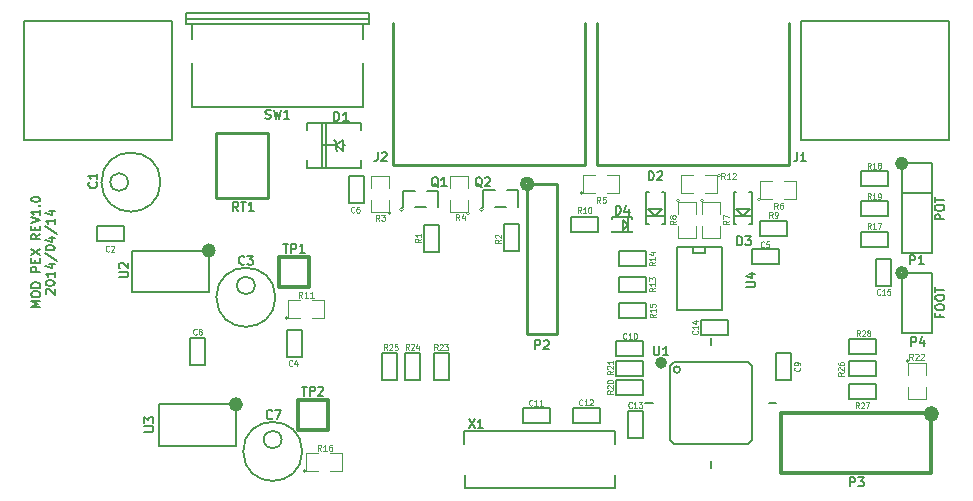
<source format=gto>
G04 #@! TF.FileFunction,Legend,Top*
%FSLAX46Y46*%
G04 Gerber Fmt 4.6, Leading zero omitted, Abs format (unit mm)*
G04 Created by KiCad (PCBNEW (2014-jul-16 BZR unknown)-product) date Qua 03 Dez 2014 13:43:59 BRST*
%MOMM*%
G01*
G04 APERTURE LIST*
%ADD10C,0.150000*%
%ADD11C,0.152400*%
%ADD12C,0.508000*%
%ADD13C,0.200000*%
%ADD14C,0.078740*%
%ADD15C,0.500000*%
%ADD16C,0.127000*%
%ADD17C,0.254000*%
%ADD18C,0.099060*%
%ADD19C,0.317500*%
%ADD20C,0.304800*%
%ADD21C,0.190500*%
%ADD22C,0.109220*%
%ADD23C,0.114300*%
G04 APERTURE END LIST*
D10*
D11*
X1411514Y-24195313D02*
X649514Y-24195313D01*
X1193800Y-23941313D01*
X649514Y-23687313D01*
X1411514Y-23687313D01*
X649514Y-23179314D02*
X649514Y-23034171D01*
X685800Y-22961599D01*
X758371Y-22889028D01*
X903514Y-22852742D01*
X1157514Y-22852742D01*
X1302657Y-22889028D01*
X1375229Y-22961599D01*
X1411514Y-23034171D01*
X1411514Y-23179314D01*
X1375229Y-23251885D01*
X1302657Y-23324456D01*
X1157514Y-23360742D01*
X903514Y-23360742D01*
X758371Y-23324456D01*
X685800Y-23251885D01*
X649514Y-23179314D01*
X1411514Y-22526170D02*
X649514Y-22526170D01*
X649514Y-22344742D01*
X685800Y-22235885D01*
X758371Y-22163313D01*
X830943Y-22127028D01*
X976086Y-22090742D01*
X1084943Y-22090742D01*
X1230086Y-22127028D01*
X1302657Y-22163313D01*
X1375229Y-22235885D01*
X1411514Y-22344742D01*
X1411514Y-22526170D01*
X1411514Y-21183599D02*
X649514Y-21183599D01*
X649514Y-20893314D01*
X685800Y-20820742D01*
X722086Y-20784457D01*
X794657Y-20748171D01*
X903514Y-20748171D01*
X976086Y-20784457D01*
X1012371Y-20820742D01*
X1048657Y-20893314D01*
X1048657Y-21183599D01*
X1012371Y-20421599D02*
X1012371Y-20167599D01*
X1411514Y-20058742D02*
X1411514Y-20421599D01*
X649514Y-20421599D01*
X649514Y-20058742D01*
X649514Y-19804742D02*
X1411514Y-19296742D01*
X649514Y-19296742D02*
X1411514Y-19804742D01*
X1411514Y-17990457D02*
X1048657Y-18244457D01*
X1411514Y-18425885D02*
X649514Y-18425885D01*
X649514Y-18135600D01*
X685800Y-18063028D01*
X722086Y-18026743D01*
X794657Y-17990457D01*
X903514Y-17990457D01*
X976086Y-18026743D01*
X1012371Y-18063028D01*
X1048657Y-18135600D01*
X1048657Y-18425885D01*
X1012371Y-17663885D02*
X1012371Y-17409885D01*
X1411514Y-17301028D02*
X1411514Y-17663885D01*
X649514Y-17663885D01*
X649514Y-17301028D01*
X649514Y-17083314D02*
X1411514Y-16829314D01*
X649514Y-16575314D01*
X1411514Y-15922171D02*
X1411514Y-16357599D01*
X1411514Y-16139885D02*
X649514Y-16139885D01*
X758371Y-16212456D01*
X830943Y-16285028D01*
X867229Y-16357599D01*
X1338943Y-15595599D02*
X1375229Y-15559314D01*
X1411514Y-15595599D01*
X1375229Y-15631885D01*
X1338943Y-15595599D01*
X1411514Y-15595599D01*
X649514Y-15087600D02*
X649514Y-15015028D01*
X685800Y-14942457D01*
X722086Y-14906171D01*
X794657Y-14869885D01*
X939800Y-14833600D01*
X1121229Y-14833600D01*
X1266371Y-14869885D01*
X1338943Y-14906171D01*
X1375229Y-14942457D01*
X1411514Y-15015028D01*
X1411514Y-15087600D01*
X1375229Y-15160171D01*
X1338943Y-15196457D01*
X1266371Y-15232742D01*
X1121229Y-15269028D01*
X939800Y-15269028D01*
X794657Y-15232742D01*
X722086Y-15196457D01*
X685800Y-15160171D01*
X649514Y-15087600D01*
X1941286Y-23088599D02*
X1905000Y-23052313D01*
X1868714Y-22979742D01*
X1868714Y-22798313D01*
X1905000Y-22725742D01*
X1941286Y-22689456D01*
X2013857Y-22653171D01*
X2086429Y-22653171D01*
X2195286Y-22689456D01*
X2630714Y-23124885D01*
X2630714Y-22653171D01*
X1868714Y-22181457D02*
X1868714Y-22108885D01*
X1905000Y-22036314D01*
X1941286Y-22000028D01*
X2013857Y-21963742D01*
X2159000Y-21927457D01*
X2340429Y-21927457D01*
X2485571Y-21963742D01*
X2558143Y-22000028D01*
X2594429Y-22036314D01*
X2630714Y-22108885D01*
X2630714Y-22181457D01*
X2594429Y-22254028D01*
X2558143Y-22290314D01*
X2485571Y-22326599D01*
X2340429Y-22362885D01*
X2159000Y-22362885D01*
X2013857Y-22326599D01*
X1941286Y-22290314D01*
X1905000Y-22254028D01*
X1868714Y-22181457D01*
X2630714Y-21201743D02*
X2630714Y-21637171D01*
X2630714Y-21419457D02*
X1868714Y-21419457D01*
X1977571Y-21492028D01*
X2050143Y-21564600D01*
X2086429Y-21637171D01*
X2122714Y-20548600D02*
X2630714Y-20548600D01*
X1832429Y-20730029D02*
X2376714Y-20911457D01*
X2376714Y-20439743D01*
X1832429Y-19605172D02*
X2812143Y-20258315D01*
X1868714Y-19206029D02*
X1868714Y-19133457D01*
X1905000Y-19060886D01*
X1941286Y-19024600D01*
X2013857Y-18988314D01*
X2159000Y-18952029D01*
X2340429Y-18952029D01*
X2485571Y-18988314D01*
X2558143Y-19024600D01*
X2594429Y-19060886D01*
X2630714Y-19133457D01*
X2630714Y-19206029D01*
X2594429Y-19278600D01*
X2558143Y-19314886D01*
X2485571Y-19351171D01*
X2340429Y-19387457D01*
X2159000Y-19387457D01*
X2013857Y-19351171D01*
X1941286Y-19314886D01*
X1905000Y-19278600D01*
X1868714Y-19206029D01*
X2122714Y-18298886D02*
X2630714Y-18298886D01*
X1832429Y-18480315D02*
X2376714Y-18661743D01*
X2376714Y-18190029D01*
X1832429Y-17355458D02*
X2812143Y-18008601D01*
X2630714Y-16702315D02*
X2630714Y-17137743D01*
X2630714Y-16920029D02*
X1868714Y-16920029D01*
X1977571Y-16992600D01*
X2050143Y-17065172D01*
X2086429Y-17137743D01*
X2122714Y-16049172D02*
X2630714Y-16049172D01*
X1832429Y-16230601D02*
X2376714Y-16412029D01*
X2376714Y-15940315D01*
D12*
X54244542Y-28892500D02*
G75*
G03X54244542Y-28892500I-256842J0D01*
G01*
X43028446Y-13754100D02*
G75*
G03X43028446Y-13754100I-381846J0D01*
G01*
X74680038Y-12014200D02*
G75*
G03X74680038Y-12014200I-321538J0D01*
G01*
X74701400Y-21285200D02*
G75*
G03X74701400Y-21285200I-330200J0D01*
G01*
X77270750Y-33223200D02*
G75*
G03X77270750Y-33223200I-410350J0D01*
G01*
D13*
X58204100Y-27393900D02*
X58204100Y-26758900D01*
X63106300Y-32296100D02*
X63741300Y-32296100D01*
X58191400Y-37198300D02*
X58191400Y-37833300D01*
X53289200Y-32308800D02*
X52654200Y-32308800D01*
D11*
X77570371Y-24802314D02*
X77570371Y-25056314D01*
X77969514Y-25056314D02*
X77207514Y-25056314D01*
X77207514Y-24693457D01*
X77207514Y-24258029D02*
X77207514Y-24112886D01*
X77243800Y-24040314D01*
X77316371Y-23967743D01*
X77461514Y-23931457D01*
X77715514Y-23931457D01*
X77860657Y-23967743D01*
X77933229Y-24040314D01*
X77969514Y-24112886D01*
X77969514Y-24258029D01*
X77933229Y-24330600D01*
X77860657Y-24403171D01*
X77715514Y-24439457D01*
X77461514Y-24439457D01*
X77316371Y-24403171D01*
X77243800Y-24330600D01*
X77207514Y-24258029D01*
X77207514Y-23459743D02*
X77207514Y-23314600D01*
X77243800Y-23242028D01*
X77316371Y-23169457D01*
X77461514Y-23133171D01*
X77715514Y-23133171D01*
X77860657Y-23169457D01*
X77933229Y-23242028D01*
X77969514Y-23314600D01*
X77969514Y-23459743D01*
X77933229Y-23532314D01*
X77860657Y-23604885D01*
X77715514Y-23641171D01*
X77461514Y-23641171D01*
X77316371Y-23604885D01*
X77243800Y-23532314D01*
X77207514Y-23459743D01*
X77207514Y-22915457D02*
X77207514Y-22480028D01*
X77969514Y-22697742D02*
X77207514Y-22697742D01*
X77941714Y-16763999D02*
X77179714Y-16763999D01*
X77179714Y-16473714D01*
X77216000Y-16401142D01*
X77252286Y-16364857D01*
X77324857Y-16328571D01*
X77433714Y-16328571D01*
X77506286Y-16364857D01*
X77542571Y-16401142D01*
X77578857Y-16473714D01*
X77578857Y-16763999D01*
X77179714Y-15856857D02*
X77179714Y-15711714D01*
X77216000Y-15639142D01*
X77288571Y-15566571D01*
X77433714Y-15530285D01*
X77687714Y-15530285D01*
X77832857Y-15566571D01*
X77905429Y-15639142D01*
X77941714Y-15711714D01*
X77941714Y-15856857D01*
X77905429Y-15929428D01*
X77832857Y-16001999D01*
X77687714Y-16038285D01*
X77433714Y-16038285D01*
X77288571Y-16001999D01*
X77216000Y-15929428D01*
X77179714Y-15856857D01*
X77179714Y-15312571D02*
X77179714Y-14877142D01*
X77941714Y-15094856D02*
X77179714Y-15094856D01*
X39950000Y-15700000D02*
X40850000Y-15700000D01*
X41900000Y-14300000D02*
X40900000Y-14300000D01*
X38900000Y-14300000D02*
X39900000Y-14300000D01*
X41900000Y-14300000D02*
X41900000Y-15700000D01*
X38900000Y-14300000D02*
X38900000Y-15700000D01*
D14*
X38933050Y-15900520D02*
G75*
G03X38933050Y-15900520I-159070J0D01*
G01*
D11*
X33185000Y-15734000D02*
X34085000Y-15734000D01*
X35135000Y-14334000D02*
X34135000Y-14334000D01*
X32135000Y-14334000D02*
X33135000Y-14334000D01*
X35135000Y-14334000D02*
X35135000Y-15734000D01*
X32135000Y-14334000D02*
X32135000Y-15734000D01*
D14*
X32168050Y-15934520D02*
G75*
G03X32168050Y-15934520I-159070J0D01*
G01*
D13*
X15680160Y-19650800D02*
X15680160Y-19400800D01*
X15680160Y-19400800D02*
X15930160Y-19400800D01*
D15*
X16033713Y-19400800D02*
G75*
G03X16033713Y-19400800I-353553J0D01*
G01*
D13*
X15680160Y-22900800D02*
X9180160Y-22900800D01*
X9180160Y-22900800D02*
X9180160Y-19400800D01*
X9180160Y-19400800D02*
X15680160Y-19400800D01*
X15680160Y-19400800D02*
X15680160Y-22900800D01*
X17982000Y-32663000D02*
X17982000Y-32413000D01*
X17982000Y-32413000D02*
X18232000Y-32413000D01*
D15*
X18335553Y-32413000D02*
G75*
G03X18335553Y-32413000I-353553J0D01*
G01*
D13*
X17982000Y-35913000D02*
X11482000Y-35913000D01*
X11482000Y-35913000D02*
X11482000Y-32413000D01*
X11482000Y-32413000D02*
X17982000Y-32413000D01*
X17982000Y-32413000D02*
X17982000Y-35913000D01*
D16*
X55422000Y-19133000D02*
X55295000Y-19133000D01*
X55295000Y-19133000D02*
X55295000Y-24467000D01*
X59105000Y-24467000D02*
X59105000Y-19133000D01*
X59105000Y-19133000D02*
X55422000Y-19133000D01*
X57708000Y-19133000D02*
X57708000Y-19641000D01*
X57708000Y-19641000D02*
X56692000Y-19641000D01*
X56692000Y-19641000D02*
X56692000Y-19133000D01*
X59105000Y-24467000D02*
X55295000Y-24467000D01*
D17*
X20700000Y-14950000D02*
X16300000Y-14950000D01*
X16300000Y-14950000D02*
X16300000Y-9450000D01*
X16300000Y-9450000D02*
X20700000Y-9450000D01*
X20700000Y-9450000D02*
X20700000Y-14950000D01*
D18*
X74989800Y-28771600D02*
G75*
G03X74989800Y-28771600I-127000J0D01*
G01*
X74862800Y-29914600D02*
X74862800Y-28898600D01*
X74862800Y-28898600D02*
X76386800Y-28898600D01*
X76386800Y-28898600D02*
X76386800Y-29914600D01*
X76386800Y-30930600D02*
X76386800Y-31946600D01*
X76386800Y-31946600D02*
X74862800Y-31946600D01*
X74862800Y-31946600D02*
X74862800Y-30930600D01*
X22406160Y-25112800D02*
G75*
G03X22406160Y-25112800I-127000J0D01*
G01*
X23422160Y-25112800D02*
X22406160Y-25112800D01*
X22406160Y-25112800D02*
X22406160Y-23588800D01*
X22406160Y-23588800D02*
X23422160Y-23588800D01*
X24438160Y-23588800D02*
X25454160Y-23588800D01*
X25454160Y-23588800D02*
X25454160Y-25112800D01*
X25454160Y-25112800D02*
X24438160Y-25112800D01*
X58978000Y-13038000D02*
G75*
G03X58978000Y-13038000I-127000J0D01*
G01*
X57708000Y-13038000D02*
X58724000Y-13038000D01*
X58724000Y-13038000D02*
X58724000Y-14562000D01*
X58724000Y-14562000D02*
X57708000Y-14562000D01*
X56692000Y-14562000D02*
X55676000Y-14562000D01*
X55676000Y-14562000D02*
X55676000Y-13038000D01*
X55676000Y-13038000D02*
X56692000Y-13038000D01*
X23944000Y-38062000D02*
G75*
G03X23944000Y-38062000I-127000J0D01*
G01*
X24960000Y-38062000D02*
X23944000Y-38062000D01*
X23944000Y-38062000D02*
X23944000Y-36538000D01*
X23944000Y-36538000D02*
X24960000Y-36538000D01*
X25976000Y-36538000D02*
X26992000Y-36538000D01*
X26992000Y-36538000D02*
X26992000Y-38062000D01*
X26992000Y-38062000D02*
X25976000Y-38062000D01*
X31115000Y-16256000D02*
G75*
G03X31115000Y-16256000I-127000J0D01*
G01*
X30988000Y-15113000D02*
X30988000Y-16129000D01*
X30988000Y-16129000D02*
X29464000Y-16129000D01*
X29464000Y-16129000D02*
X29464000Y-15113000D01*
X29464000Y-14097000D02*
X29464000Y-13081000D01*
X29464000Y-13081000D02*
X30988000Y-13081000D01*
X30988000Y-13081000D02*
X30988000Y-14097000D01*
X37789000Y-16251000D02*
G75*
G03X37789000Y-16251000I-127000J0D01*
G01*
X37662000Y-15108000D02*
X37662000Y-16124000D01*
X37662000Y-16124000D02*
X36138000Y-16124000D01*
X36138000Y-16124000D02*
X36138000Y-15108000D01*
X36138000Y-14092000D02*
X36138000Y-13076000D01*
X36138000Y-13076000D02*
X37662000Y-13076000D01*
X37662000Y-13076000D02*
X37662000Y-14092000D01*
X47376000Y-14562000D02*
G75*
G03X47376000Y-14562000I-127000J0D01*
G01*
X48392000Y-14562000D02*
X47376000Y-14562000D01*
X47376000Y-14562000D02*
X47376000Y-13038000D01*
X47376000Y-13038000D02*
X48392000Y-13038000D01*
X49408000Y-13038000D02*
X50424000Y-13038000D01*
X50424000Y-13038000D02*
X50424000Y-14562000D01*
X50424000Y-14562000D02*
X49408000Y-14562000D01*
X62376000Y-15062000D02*
G75*
G03X62376000Y-15062000I-127000J0D01*
G01*
X63392000Y-15062000D02*
X62376000Y-15062000D01*
X62376000Y-15062000D02*
X62376000Y-13538000D01*
X62376000Y-13538000D02*
X63392000Y-13538000D01*
X64408000Y-13538000D02*
X65424000Y-13538000D01*
X65424000Y-13538000D02*
X65424000Y-15062000D01*
X65424000Y-15062000D02*
X64408000Y-15062000D01*
X57565000Y-15149000D02*
G75*
G03X57565000Y-15149000I-127000J0D01*
G01*
X57438000Y-16292000D02*
X57438000Y-15276000D01*
X57438000Y-15276000D02*
X58962000Y-15276000D01*
X58962000Y-15276000D02*
X58962000Y-16292000D01*
X58962000Y-17308000D02*
X58962000Y-18324000D01*
X58962000Y-18324000D02*
X57438000Y-18324000D01*
X57438000Y-18324000D02*
X57438000Y-17308000D01*
X55565000Y-15149000D02*
G75*
G03X55565000Y-15149000I-127000J0D01*
G01*
X55438000Y-16292000D02*
X55438000Y-15276000D01*
X55438000Y-15276000D02*
X56962000Y-15276000D01*
X56962000Y-15276000D02*
X56962000Y-16292000D01*
X56962000Y-17308000D02*
X56962000Y-18324000D01*
X56962000Y-18324000D02*
X55438000Y-18324000D01*
X55438000Y-18324000D02*
X55438000Y-17308000D01*
D16*
X23565160Y-26107800D02*
X23565160Y-28393800D01*
X23565160Y-28393800D02*
X22295160Y-28393800D01*
X22295160Y-28393800D02*
X22295160Y-26107800D01*
X22295160Y-26107800D02*
X23565160Y-26107800D01*
X50157000Y-30365000D02*
X52443000Y-30365000D01*
X52443000Y-30365000D02*
X52443000Y-31635000D01*
X52443000Y-31635000D02*
X50157000Y-31635000D01*
X50157000Y-31635000D02*
X50157000Y-30365000D01*
X8473160Y-18585800D02*
X6187160Y-18585800D01*
X6187160Y-18585800D02*
X6187160Y-17315800D01*
X6187160Y-17315800D02*
X8473160Y-17315800D01*
X8473160Y-17315800D02*
X8473160Y-18585800D01*
X50457000Y-23865000D02*
X52743000Y-23865000D01*
X52743000Y-23865000D02*
X52743000Y-25135000D01*
X52743000Y-25135000D02*
X50457000Y-25135000D01*
X50457000Y-25135000D02*
X50457000Y-23865000D01*
X69881800Y-30687600D02*
X72167800Y-30687600D01*
X72167800Y-30687600D02*
X72167800Y-31957600D01*
X72167800Y-31957600D02*
X69881800Y-31957600D01*
X69881800Y-31957600D02*
X69881800Y-30687600D01*
X69881800Y-28787600D02*
X72167800Y-28787600D01*
X72167800Y-28787600D02*
X72167800Y-30057600D01*
X72167800Y-30057600D02*
X69881800Y-30057600D01*
X69881800Y-30057600D02*
X69881800Y-28787600D01*
X34740000Y-30390200D02*
X34740000Y-28104200D01*
X34740000Y-28104200D02*
X36010000Y-28104200D01*
X36010000Y-28104200D02*
X36010000Y-30390200D01*
X36010000Y-30390200D02*
X34740000Y-30390200D01*
X32340000Y-30390200D02*
X32340000Y-28104200D01*
X32340000Y-28104200D02*
X33610000Y-28104200D01*
X33610000Y-28104200D02*
X33610000Y-30390200D01*
X33610000Y-30390200D02*
X32340000Y-30390200D01*
X30390000Y-30390200D02*
X30390000Y-28104200D01*
X30390000Y-28104200D02*
X31660000Y-28104200D01*
X31660000Y-28104200D02*
X31660000Y-30390200D01*
X31660000Y-30390200D02*
X30390000Y-30390200D01*
X72167800Y-28157600D02*
X69881800Y-28157600D01*
X69881800Y-28157600D02*
X69881800Y-26887600D01*
X69881800Y-26887600D02*
X72167800Y-26887600D01*
X72167800Y-26887600D02*
X72167800Y-28157600D01*
X73167800Y-19057600D02*
X70881800Y-19057600D01*
X70881800Y-19057600D02*
X70881800Y-17787600D01*
X70881800Y-17787600D02*
X73167800Y-17787600D01*
X73167800Y-17787600D02*
X73167800Y-19057600D01*
X73167800Y-13957600D02*
X70881800Y-13957600D01*
X70881800Y-13957600D02*
X70881800Y-12687600D01*
X70881800Y-12687600D02*
X73167800Y-12687600D01*
X73167800Y-12687600D02*
X73167800Y-13957600D01*
X73167800Y-16457600D02*
X70881800Y-16457600D01*
X70881800Y-16457600D02*
X70881800Y-15187600D01*
X70881800Y-15187600D02*
X73167800Y-15187600D01*
X73167800Y-15187600D02*
X73167800Y-16457600D01*
X63689800Y-30365600D02*
X63689800Y-28079600D01*
X63689800Y-28079600D02*
X64959800Y-28079600D01*
X64959800Y-28079600D02*
X64959800Y-30365600D01*
X64959800Y-30365600D02*
X63689800Y-30365600D01*
X33900000Y-19477000D02*
X33900000Y-17191000D01*
X33900000Y-17191000D02*
X35170000Y-17191000D01*
X35170000Y-17191000D02*
X35170000Y-19477000D01*
X35170000Y-19477000D02*
X33900000Y-19477000D01*
X57357000Y-25265000D02*
X59643000Y-25265000D01*
X59643000Y-25265000D02*
X59643000Y-26535000D01*
X59643000Y-26535000D02*
X57357000Y-26535000D01*
X57357000Y-26535000D02*
X57357000Y-25265000D01*
X52435000Y-32957000D02*
X52435000Y-35243000D01*
X52435000Y-35243000D02*
X51165000Y-35243000D01*
X51165000Y-35243000D02*
X51165000Y-32957000D01*
X51165000Y-32957000D02*
X52435000Y-32957000D01*
X42257000Y-32765000D02*
X44543000Y-32765000D01*
X44543000Y-32765000D02*
X44543000Y-34035000D01*
X44543000Y-34035000D02*
X42257000Y-34035000D01*
X42257000Y-34035000D02*
X42257000Y-32765000D01*
X46557000Y-32765000D02*
X48843000Y-32765000D01*
X48843000Y-32765000D02*
X48843000Y-34035000D01*
X48843000Y-34035000D02*
X46557000Y-34035000D01*
X46557000Y-34035000D02*
X46557000Y-32765000D01*
X50157000Y-28715000D02*
X52443000Y-28715000D01*
X52443000Y-28715000D02*
X52443000Y-29985000D01*
X52443000Y-29985000D02*
X50157000Y-29985000D01*
X50157000Y-29985000D02*
X50157000Y-28715000D01*
X52443000Y-28335000D02*
X50157000Y-28335000D01*
X50157000Y-28335000D02*
X50157000Y-27065000D01*
X50157000Y-27065000D02*
X52443000Y-27065000D01*
X52443000Y-27065000D02*
X52443000Y-28335000D01*
X28829000Y-13106400D02*
X28829000Y-15392400D01*
X28829000Y-15392400D02*
X27559000Y-15392400D01*
X27559000Y-15392400D02*
X27559000Y-13106400D01*
X27559000Y-13106400D02*
X28829000Y-13106400D01*
X50457000Y-21665000D02*
X52743000Y-21665000D01*
X52743000Y-21665000D02*
X52743000Y-22935000D01*
X52743000Y-22935000D02*
X50457000Y-22935000D01*
X50457000Y-22935000D02*
X50457000Y-21665000D01*
X40665000Y-19443000D02*
X40665000Y-17157000D01*
X40665000Y-17157000D02*
X41935000Y-17157000D01*
X41935000Y-17157000D02*
X41935000Y-19443000D01*
X41935000Y-19443000D02*
X40665000Y-19443000D01*
X14097000Y-29108400D02*
X14097000Y-26822400D01*
X14097000Y-26822400D02*
X15367000Y-26822400D01*
X15367000Y-26822400D02*
X15367000Y-29108400D01*
X15367000Y-29108400D02*
X14097000Y-29108400D01*
X48643000Y-17835000D02*
X46357000Y-17835000D01*
X46357000Y-17835000D02*
X46357000Y-16565000D01*
X46357000Y-16565000D02*
X48643000Y-16565000D01*
X48643000Y-16565000D02*
X48643000Y-17835000D01*
X50457000Y-19465000D02*
X52743000Y-19465000D01*
X52743000Y-19465000D02*
X52743000Y-20735000D01*
X52743000Y-20735000D02*
X50457000Y-20735000D01*
X50457000Y-20735000D02*
X50457000Y-19465000D01*
X61657000Y-19265000D02*
X63943000Y-19265000D01*
X63943000Y-19265000D02*
X63943000Y-20535000D01*
X63943000Y-20535000D02*
X61657000Y-20535000D01*
X61657000Y-20535000D02*
X61657000Y-19265000D01*
X64643000Y-18135000D02*
X62357000Y-18135000D01*
X62357000Y-18135000D02*
X62357000Y-16865000D01*
X62357000Y-16865000D02*
X64643000Y-16865000D01*
X64643000Y-16865000D02*
X64643000Y-18135000D01*
D19*
X21660160Y-22520800D02*
X24200160Y-22520800D01*
X21660160Y-19980800D02*
X24200160Y-19980800D01*
D20*
X21660160Y-22520800D02*
X21660160Y-19980800D01*
X24200160Y-19980800D02*
X24200160Y-22520800D01*
D19*
X23241000Y-34594800D02*
X25781000Y-34594800D01*
X23241000Y-32054800D02*
X25781000Y-32054800D01*
D20*
X23241000Y-34594800D02*
X23241000Y-32054800D01*
X25781000Y-32054800D02*
X25781000Y-34594800D01*
D17*
X47528000Y-12120000D02*
X47528000Y-93100D01*
X31272000Y-93100D02*
X31272000Y-12120000D01*
X47528000Y-12120000D02*
X31272000Y-12120000D01*
X64828000Y-12120000D02*
X64828000Y-93100D01*
X48572000Y-93100D02*
X48572000Y-12120000D01*
X64828000Y-12120000D02*
X48572000Y-12120000D01*
D20*
X76874800Y-38262600D02*
X64174800Y-38262600D01*
X64174800Y-38262600D02*
X64174800Y-33182600D01*
X64174800Y-33182600D02*
X76874800Y-33182600D01*
X76874800Y-33182600D02*
X76874800Y-38262600D01*
D17*
X42630000Y-13750000D02*
X42630000Y-26450000D01*
X45170000Y-26450000D02*
X45170000Y-13750000D01*
X45170000Y-13750000D02*
X42630000Y-13750000D01*
X42630000Y-26450000D02*
X45170000Y-26450000D01*
D11*
X74354800Y-12012600D02*
X76894800Y-12012600D01*
X76894800Y-12012600D02*
X76894800Y-19632600D01*
X76894800Y-19632600D02*
X74354800Y-19632600D01*
X74354800Y-19632600D02*
X74354800Y-12012600D01*
X76894800Y-14552600D02*
X74354800Y-14552600D01*
X74354800Y-21282600D02*
X76894800Y-21282600D01*
X76894800Y-21282600D02*
X76894800Y-26362600D01*
X76894800Y-26362600D02*
X74354800Y-26362600D01*
X74354800Y-26362600D02*
X74354800Y-21282600D01*
D16*
X55598682Y-29480600D02*
G75*
G03X55598682Y-29480600I-279042J0D01*
G01*
X54753220Y-29160560D02*
X54753220Y-35439440D01*
X54753220Y-35439440D02*
X55060560Y-35746780D01*
X55060560Y-35746780D02*
X61339440Y-35746780D01*
X61339440Y-35746780D02*
X61646780Y-35439440D01*
X61646780Y-35439440D02*
X61646780Y-29160560D01*
X61646780Y-29160560D02*
X61339440Y-28853220D01*
X61339440Y-28853220D02*
X55060560Y-28853220D01*
X55060560Y-28853220D02*
X54753220Y-29160560D01*
D11*
X50050000Y-39513000D02*
X50050000Y-38420800D01*
X37324600Y-35779200D02*
X37324600Y-34687000D01*
X37324600Y-34687000D02*
X50050000Y-34687000D01*
X50050000Y-34687000D02*
X50050000Y-35779200D01*
X50050000Y-39513000D02*
X37350000Y-39513000D01*
X37350000Y-39513000D02*
X37350000Y-38420800D01*
D16*
X27062000Y-10500000D02*
X27265200Y-10500000D01*
X28586000Y-12405000D02*
X24014000Y-12405000D01*
X24014000Y-12405000D02*
X24014000Y-11770000D01*
X25639600Y-8595000D02*
X25639600Y-12405000D01*
X25309400Y-8595000D02*
X25309400Y-12405000D01*
X28586000Y-9230000D02*
X28586000Y-8595000D01*
X28586000Y-8595000D02*
X24014000Y-8595000D01*
X24014000Y-8595000D02*
X24014000Y-9230000D01*
X28586000Y-11770000D02*
X28586000Y-12405000D01*
X26427000Y-10500000D02*
X27062000Y-10974980D01*
X27062000Y-10974980D02*
X27062000Y-10500000D01*
X27062000Y-10500000D02*
X27062000Y-10025020D01*
X27062000Y-10025020D02*
X26427000Y-10500000D01*
X26427000Y-10500000D02*
X26427000Y-10817500D01*
X26427000Y-10817500D02*
X26584480Y-10974980D01*
X26427000Y-10500000D02*
X26427000Y-10182500D01*
X26427000Y-10182500D02*
X26269520Y-10025020D01*
X26427000Y-10500000D02*
X25317020Y-10500000D01*
D10*
X65850000Y0D02*
X78350000Y0D01*
X78350000Y0D02*
X78350000Y-10000000D01*
X78350000Y-10000000D02*
X65850000Y-10000000D01*
X65850000Y-10000000D02*
X65850000Y0D01*
X50000Y0D02*
X12550000Y0D01*
X12550000Y0D02*
X12550000Y-10000000D01*
X12550000Y-10000000D02*
X50000Y-10000000D01*
X50000Y-10000000D02*
X50000Y0D01*
X8850000Y-13600000D02*
G75*
G03X8850000Y-13600000I-750000J0D01*
G01*
X11600000Y-13600000D02*
G75*
G03X11600000Y-13600000I-2500000J0D01*
G01*
X21850000Y-35400000D02*
G75*
G03X21850000Y-35400000I-750000J0D01*
G01*
X23600000Y-36400000D02*
G75*
G03X23600000Y-36400000I-2500000J0D01*
G01*
X19580160Y-22350800D02*
G75*
G03X19580160Y-22350800I-750000J0D01*
G01*
X21330160Y-23350800D02*
G75*
G03X21330160Y-23350800I-2500000J0D01*
G01*
D13*
X29250000Y250000D02*
X13750000Y250000D01*
X13750000Y750000D02*
X29250000Y750000D01*
X29250000Y-250000D02*
X13750000Y-250000D01*
X29250000Y-250000D02*
X29250000Y750000D01*
X13750000Y750000D02*
X13750000Y250000D01*
X13750000Y250000D02*
X13750000Y-250000D01*
X28750000Y-1500000D02*
X28750000Y-250000D01*
X28750000Y-7250000D02*
X28750000Y-3500000D01*
X14250000Y-1500000D02*
X14250000Y-250000D01*
X28750000Y-7250000D02*
X14250000Y-7250000D01*
X14250000Y-7250000D02*
X14250000Y-3500000D01*
D21*
X60125300Y-14451260D02*
X60366600Y-14451260D01*
X61672160Y-14451260D02*
X61433400Y-14451260D01*
X61677240Y-17148740D02*
X61433400Y-17148740D01*
X60125300Y-17148740D02*
X60366600Y-17148740D01*
X61674700Y-14451260D02*
X61674700Y-17148740D01*
X60125300Y-17148740D02*
X60125300Y-14451260D01*
X60125300Y-16501040D02*
X61674700Y-16501040D01*
X60900000Y-16501040D02*
X60300560Y-15899060D01*
X60300560Y-15899060D02*
X61499440Y-15899060D01*
X61499440Y-15899060D02*
X60900000Y-16501040D01*
X52725300Y-14451260D02*
X52966600Y-14451260D01*
X54272160Y-14451260D02*
X54033400Y-14451260D01*
X54277240Y-17148740D02*
X54033400Y-17148740D01*
X52725300Y-17148740D02*
X52966600Y-17148740D01*
X54274700Y-14451260D02*
X54274700Y-17148740D01*
X52725300Y-17148740D02*
X52725300Y-14451260D01*
X52725300Y-16501040D02*
X54274700Y-16501040D01*
X53500000Y-16501040D02*
X52900560Y-15899060D01*
X52900560Y-15899060D02*
X54099440Y-15899060D01*
X54099440Y-15899060D02*
X53500000Y-16501040D01*
X51225780Y-17824840D02*
X51225780Y-16575160D01*
X50799060Y-17624180D02*
X50799060Y-16775820D01*
X50799060Y-16775820D02*
X51225780Y-17200000D01*
X51225780Y-17200000D02*
X50799060Y-17624180D01*
X51550900Y-16575160D02*
X51550900Y-16699620D01*
X51550900Y-17824840D02*
X51550900Y-17700380D01*
X49849100Y-16575160D02*
X49849100Y-16699620D01*
X49849100Y-17824840D02*
X49849100Y-17700380D01*
X51550900Y-16580240D02*
X49849100Y-16580240D01*
X51550900Y-17829920D02*
X49849100Y-17829920D01*
D16*
X73459800Y-20079600D02*
X73459800Y-22365600D01*
X73459800Y-22365600D02*
X72189800Y-22365600D01*
X72189800Y-22365600D02*
X72189800Y-20079600D01*
X72189800Y-20079600D02*
X73459800Y-20079600D01*
D11*
X38827429Y-14017286D02*
X38754857Y-13981000D01*
X38682286Y-13908429D01*
X38573429Y-13799571D01*
X38500857Y-13763286D01*
X38428286Y-13763286D01*
X38464571Y-13944714D02*
X38392000Y-13908429D01*
X38319429Y-13835857D01*
X38283143Y-13690714D01*
X38283143Y-13436714D01*
X38319429Y-13291571D01*
X38392000Y-13219000D01*
X38464571Y-13182714D01*
X38609714Y-13182714D01*
X38682286Y-13219000D01*
X38754857Y-13291571D01*
X38791143Y-13436714D01*
X38791143Y-13690714D01*
X38754857Y-13835857D01*
X38682286Y-13908429D01*
X38609714Y-13944714D01*
X38464571Y-13944714D01*
X39081429Y-13255286D02*
X39117715Y-13219000D01*
X39190286Y-13182714D01*
X39371715Y-13182714D01*
X39444286Y-13219000D01*
X39480572Y-13255286D01*
X39516857Y-13327857D01*
X39516857Y-13400429D01*
X39480572Y-13509286D01*
X39045143Y-13944714D01*
X39516857Y-13944714D01*
X35127429Y-14017286D02*
X35054857Y-13981000D01*
X34982286Y-13908429D01*
X34873429Y-13799571D01*
X34800857Y-13763286D01*
X34728286Y-13763286D01*
X34764571Y-13944714D02*
X34692000Y-13908429D01*
X34619429Y-13835857D01*
X34583143Y-13690714D01*
X34583143Y-13436714D01*
X34619429Y-13291571D01*
X34692000Y-13219000D01*
X34764571Y-13182714D01*
X34909714Y-13182714D01*
X34982286Y-13219000D01*
X35054857Y-13291571D01*
X35091143Y-13436714D01*
X35091143Y-13690714D01*
X35054857Y-13835857D01*
X34982286Y-13908429D01*
X34909714Y-13944714D01*
X34764571Y-13944714D01*
X35816857Y-13944714D02*
X35381429Y-13944714D01*
X35599143Y-13944714D02*
X35599143Y-13182714D01*
X35526572Y-13291571D01*
X35454000Y-13364143D01*
X35381429Y-13400429D01*
X8089174Y-21637171D02*
X8706031Y-21637171D01*
X8778603Y-21600886D01*
X8814889Y-21564600D01*
X8851174Y-21492029D01*
X8851174Y-21346886D01*
X8814889Y-21274314D01*
X8778603Y-21238029D01*
X8706031Y-21201743D01*
X8089174Y-21201743D01*
X8161746Y-20875171D02*
X8125460Y-20838885D01*
X8089174Y-20766314D01*
X8089174Y-20584885D01*
X8125460Y-20512314D01*
X8161746Y-20476028D01*
X8234317Y-20439743D01*
X8306889Y-20439743D01*
X8415746Y-20476028D01*
X8851174Y-20911457D01*
X8851174Y-20439743D01*
X10238914Y-34717671D02*
X10855771Y-34717671D01*
X10928343Y-34681386D01*
X10964629Y-34645100D01*
X11000914Y-34572529D01*
X11000914Y-34427386D01*
X10964629Y-34354814D01*
X10928343Y-34318529D01*
X10855771Y-34282243D01*
X10238914Y-34282243D01*
X10238914Y-33991957D02*
X10238914Y-33520243D01*
X10529200Y-33774243D01*
X10529200Y-33665385D01*
X10565486Y-33592814D01*
X10601771Y-33556528D01*
X10674343Y-33520243D01*
X10855771Y-33520243D01*
X10928343Y-33556528D01*
X10964629Y-33592814D01*
X11000914Y-33665385D01*
X11000914Y-33883100D01*
X10964629Y-33955671D01*
X10928343Y-33991957D01*
X61182714Y-22480571D02*
X61799571Y-22480571D01*
X61872143Y-22444286D01*
X61908429Y-22408000D01*
X61944714Y-22335429D01*
X61944714Y-22190286D01*
X61908429Y-22117714D01*
X61872143Y-22081429D01*
X61799571Y-22045143D01*
X61182714Y-22045143D01*
X61436714Y-21355714D02*
X61944714Y-21355714D01*
X61146429Y-21537143D02*
X61690714Y-21718571D01*
X61690714Y-21246857D01*
X18182715Y-16044714D02*
X17928715Y-15681857D01*
X17747287Y-16044714D02*
X17747287Y-15282714D01*
X18037572Y-15282714D01*
X18110144Y-15319000D01*
X18146429Y-15355286D01*
X18182715Y-15427857D01*
X18182715Y-15536714D01*
X18146429Y-15609286D01*
X18110144Y-15645571D01*
X18037572Y-15681857D01*
X17747287Y-15681857D01*
X18400429Y-15282714D02*
X18835858Y-15282714D01*
X18618144Y-16044714D02*
X18618144Y-15282714D01*
X19489000Y-16044714D02*
X19053572Y-16044714D01*
X19271286Y-16044714D02*
X19271286Y-15282714D01*
X19198715Y-15391571D01*
X19126143Y-15464143D01*
X19053572Y-15500429D01*
D22*
X75303128Y-28648962D02*
X75136334Y-28410686D01*
X75017196Y-28648962D02*
X75017196Y-28148582D01*
X75207817Y-28148582D01*
X75255472Y-28172410D01*
X75279300Y-28196238D01*
X75303128Y-28243893D01*
X75303128Y-28315376D01*
X75279300Y-28363031D01*
X75255472Y-28386859D01*
X75207817Y-28410686D01*
X75017196Y-28410686D01*
X75493748Y-28196238D02*
X75517576Y-28172410D01*
X75565231Y-28148582D01*
X75684369Y-28148582D01*
X75732025Y-28172410D01*
X75755852Y-28196238D01*
X75779680Y-28243893D01*
X75779680Y-28291548D01*
X75755852Y-28363031D01*
X75469921Y-28648962D01*
X75779680Y-28648962D01*
X75970300Y-28196238D02*
X75994128Y-28172410D01*
X76041783Y-28148582D01*
X76160921Y-28148582D01*
X76208577Y-28172410D01*
X76232404Y-28196238D01*
X76256232Y-28243893D01*
X76256232Y-28291548D01*
X76232404Y-28363031D01*
X75946473Y-28648962D01*
X76256232Y-28648962D01*
X23608488Y-23377162D02*
X23441694Y-23138886D01*
X23322556Y-23377162D02*
X23322556Y-22876782D01*
X23513177Y-22876782D01*
X23560832Y-22900610D01*
X23584660Y-22924438D01*
X23608488Y-22972093D01*
X23608488Y-23043576D01*
X23584660Y-23091231D01*
X23560832Y-23115059D01*
X23513177Y-23138886D01*
X23322556Y-23138886D01*
X24085040Y-23377162D02*
X23799108Y-23377162D01*
X23942074Y-23377162D02*
X23942074Y-22876782D01*
X23894419Y-22948265D01*
X23846764Y-22995920D01*
X23799108Y-23019748D01*
X24561592Y-23377162D02*
X24275660Y-23377162D01*
X24418626Y-23377162D02*
X24418626Y-22876782D01*
X24370971Y-22948265D01*
X24323316Y-22995920D01*
X24275660Y-23019748D01*
X59378328Y-13326362D02*
X59211534Y-13088086D01*
X59092396Y-13326362D02*
X59092396Y-12825982D01*
X59283017Y-12825982D01*
X59330672Y-12849810D01*
X59354500Y-12873638D01*
X59378328Y-12921293D01*
X59378328Y-12992776D01*
X59354500Y-13040431D01*
X59330672Y-13064259D01*
X59283017Y-13088086D01*
X59092396Y-13088086D01*
X59854880Y-13326362D02*
X59568948Y-13326362D01*
X59711914Y-13326362D02*
X59711914Y-12825982D01*
X59664259Y-12897465D01*
X59616604Y-12945120D01*
X59568948Y-12968948D01*
X60045500Y-12873638D02*
X60069328Y-12849810D01*
X60116983Y-12825982D01*
X60236121Y-12825982D01*
X60283777Y-12849810D01*
X60307604Y-12873638D01*
X60331432Y-12921293D01*
X60331432Y-12968948D01*
X60307604Y-13040431D01*
X60021673Y-13326362D01*
X60331432Y-13326362D01*
X25196328Y-36351362D02*
X25029534Y-36113086D01*
X24910396Y-36351362D02*
X24910396Y-35850982D01*
X25101017Y-35850982D01*
X25148672Y-35874810D01*
X25172500Y-35898638D01*
X25196328Y-35946293D01*
X25196328Y-36017776D01*
X25172500Y-36065431D01*
X25148672Y-36089259D01*
X25101017Y-36113086D01*
X24910396Y-36113086D01*
X25672880Y-36351362D02*
X25386948Y-36351362D01*
X25529914Y-36351362D02*
X25529914Y-35850982D01*
X25482259Y-35922465D01*
X25434604Y-35970120D01*
X25386948Y-35993948D01*
X26101777Y-35850982D02*
X26006466Y-35850982D01*
X25958811Y-35874810D01*
X25934983Y-35898638D01*
X25887328Y-35970120D01*
X25863500Y-36065431D01*
X25863500Y-36256052D01*
X25887328Y-36303707D01*
X25911156Y-36327535D01*
X25958811Y-36351362D01*
X26054121Y-36351362D01*
X26101777Y-36327535D01*
X26125604Y-36303707D01*
X26149432Y-36256052D01*
X26149432Y-36136914D01*
X26125604Y-36089259D01*
X26101777Y-36065431D01*
X26054121Y-36041603D01*
X25958811Y-36041603D01*
X25911156Y-36065431D01*
X25887328Y-36089259D01*
X25863500Y-36136914D01*
X30142604Y-16863362D02*
X29975810Y-16625086D01*
X29856672Y-16863362D02*
X29856672Y-16362982D01*
X30047293Y-16362982D01*
X30094948Y-16386810D01*
X30118776Y-16410638D01*
X30142604Y-16458293D01*
X30142604Y-16529776D01*
X30118776Y-16577431D01*
X30094948Y-16601259D01*
X30047293Y-16625086D01*
X29856672Y-16625086D01*
X30309397Y-16362982D02*
X30619156Y-16362982D01*
X30452363Y-16553603D01*
X30523845Y-16553603D01*
X30571501Y-16577431D01*
X30595328Y-16601259D01*
X30619156Y-16648914D01*
X30619156Y-16768052D01*
X30595328Y-16815707D01*
X30571501Y-16839535D01*
X30523845Y-16863362D01*
X30380880Y-16863362D01*
X30333224Y-16839535D01*
X30309397Y-16815707D01*
X36916604Y-16826362D02*
X36749810Y-16588086D01*
X36630672Y-16826362D02*
X36630672Y-16325982D01*
X36821293Y-16325982D01*
X36868948Y-16349810D01*
X36892776Y-16373638D01*
X36916604Y-16421293D01*
X36916604Y-16492776D01*
X36892776Y-16540431D01*
X36868948Y-16564259D01*
X36821293Y-16588086D01*
X36630672Y-16588086D01*
X37345501Y-16492776D02*
X37345501Y-16826362D01*
X37226363Y-16302155D02*
X37107224Y-16659569D01*
X37416984Y-16659569D01*
X48841404Y-15348962D02*
X48674610Y-15110686D01*
X48555472Y-15348962D02*
X48555472Y-14848582D01*
X48746093Y-14848582D01*
X48793748Y-14872410D01*
X48817576Y-14896238D01*
X48841404Y-14943893D01*
X48841404Y-15015376D01*
X48817576Y-15063031D01*
X48793748Y-15086859D01*
X48746093Y-15110686D01*
X48555472Y-15110686D01*
X49294128Y-14848582D02*
X49055852Y-14848582D01*
X49032024Y-15086859D01*
X49055852Y-15063031D01*
X49103507Y-15039203D01*
X49222645Y-15039203D01*
X49270301Y-15063031D01*
X49294128Y-15086859D01*
X49317956Y-15134514D01*
X49317956Y-15253652D01*
X49294128Y-15301307D01*
X49270301Y-15325135D01*
X49222645Y-15348962D01*
X49103507Y-15348962D01*
X49055852Y-15325135D01*
X49032024Y-15301307D01*
X63842004Y-15847162D02*
X63675210Y-15608886D01*
X63556072Y-15847162D02*
X63556072Y-15346782D01*
X63746693Y-15346782D01*
X63794348Y-15370610D01*
X63818176Y-15394438D01*
X63842004Y-15442093D01*
X63842004Y-15513576D01*
X63818176Y-15561231D01*
X63794348Y-15585059D01*
X63746693Y-15608886D01*
X63556072Y-15608886D01*
X64270901Y-15346782D02*
X64175590Y-15346782D01*
X64127935Y-15370610D01*
X64104107Y-15394438D01*
X64056452Y-15465920D01*
X64032624Y-15561231D01*
X64032624Y-15751852D01*
X64056452Y-15799507D01*
X64080280Y-15823335D01*
X64127935Y-15847162D01*
X64223245Y-15847162D01*
X64270901Y-15823335D01*
X64294728Y-15799507D01*
X64318556Y-15751852D01*
X64318556Y-15632714D01*
X64294728Y-15585059D01*
X64270901Y-15561231D01*
X64223245Y-15537403D01*
X64127935Y-15537403D01*
X64080280Y-15561231D01*
X64056452Y-15585059D01*
X64032624Y-15632714D01*
X59726362Y-16883396D02*
X59488086Y-17050190D01*
X59726362Y-17169328D02*
X59225982Y-17169328D01*
X59225982Y-16978707D01*
X59249810Y-16931052D01*
X59273638Y-16907224D01*
X59321293Y-16883396D01*
X59392776Y-16883396D01*
X59440431Y-16907224D01*
X59464259Y-16931052D01*
X59488086Y-16978707D01*
X59488086Y-17169328D01*
X59225982Y-16716603D02*
X59225982Y-16383016D01*
X59726362Y-16597465D01*
X55226362Y-16883396D02*
X54988086Y-17050190D01*
X55226362Y-17169328D02*
X54725982Y-17169328D01*
X54725982Y-16978707D01*
X54749810Y-16931052D01*
X54773638Y-16907224D01*
X54821293Y-16883396D01*
X54892776Y-16883396D01*
X54940431Y-16907224D01*
X54964259Y-16931052D01*
X54988086Y-16978707D01*
X54988086Y-17169328D01*
X54940431Y-16597465D02*
X54916603Y-16645120D01*
X54892776Y-16668948D01*
X54845120Y-16692776D01*
X54821293Y-16692776D01*
X54773638Y-16668948D01*
X54749810Y-16645120D01*
X54725982Y-16597465D01*
X54725982Y-16502155D01*
X54749810Y-16454499D01*
X54773638Y-16430672D01*
X54821293Y-16406844D01*
X54845120Y-16406844D01*
X54892776Y-16430672D01*
X54916603Y-16454499D01*
X54940431Y-16502155D01*
X54940431Y-16597465D01*
X54964259Y-16645120D01*
X54988086Y-16668948D01*
X55035741Y-16692776D01*
X55131052Y-16692776D01*
X55178707Y-16668948D01*
X55202535Y-16645120D01*
X55226362Y-16597465D01*
X55226362Y-16502155D01*
X55202535Y-16454499D01*
X55178707Y-16430672D01*
X55131052Y-16406844D01*
X55035741Y-16406844D01*
X54988086Y-16430672D01*
X54964259Y-16454499D01*
X54940431Y-16502155D01*
D23*
X22753960Y-29132229D02*
X22732189Y-29156419D01*
X22666875Y-29180610D01*
X22623332Y-29180610D01*
X22558017Y-29156419D01*
X22514475Y-29108038D01*
X22492703Y-29059657D01*
X22470932Y-28962895D01*
X22470932Y-28890324D01*
X22492703Y-28793562D01*
X22514475Y-28745181D01*
X22558017Y-28696800D01*
X22623332Y-28672610D01*
X22666875Y-28672610D01*
X22732189Y-28696800D01*
X22753960Y-28720990D01*
X23145846Y-28841943D02*
X23145846Y-29180610D01*
X23036989Y-28648419D02*
X22928132Y-29011276D01*
X23211160Y-29011276D01*
X49929810Y-31243915D02*
X49687905Y-31396315D01*
X49929810Y-31505172D02*
X49421810Y-31505172D01*
X49421810Y-31331000D01*
X49446000Y-31287458D01*
X49470190Y-31265686D01*
X49518571Y-31243915D01*
X49591143Y-31243915D01*
X49639524Y-31265686D01*
X49663714Y-31287458D01*
X49687905Y-31331000D01*
X49687905Y-31505172D01*
X49470190Y-31069743D02*
X49446000Y-31047972D01*
X49421810Y-31004429D01*
X49421810Y-30895572D01*
X49446000Y-30852029D01*
X49470190Y-30830258D01*
X49518571Y-30808486D01*
X49566952Y-30808486D01*
X49639524Y-30830258D01*
X49929810Y-31091515D01*
X49929810Y-30808486D01*
X49421810Y-30525457D02*
X49421810Y-30481914D01*
X49446000Y-30438371D01*
X49470190Y-30416600D01*
X49518571Y-30394829D01*
X49615333Y-30373057D01*
X49736286Y-30373057D01*
X49833048Y-30394829D01*
X49881429Y-30416600D01*
X49905619Y-30438371D01*
X49929810Y-30481914D01*
X49929810Y-30525457D01*
X49905619Y-30569000D01*
X49881429Y-30590771D01*
X49833048Y-30612543D01*
X49736286Y-30634314D01*
X49615333Y-30634314D01*
X49518571Y-30612543D01*
X49470190Y-30590771D01*
X49446000Y-30569000D01*
X49421810Y-30525457D01*
X7253960Y-19432229D02*
X7232189Y-19456419D01*
X7166875Y-19480610D01*
X7123332Y-19480610D01*
X7058017Y-19456419D01*
X7014475Y-19408038D01*
X6992703Y-19359657D01*
X6970932Y-19262895D01*
X6970932Y-19190324D01*
X6992703Y-19093562D01*
X7014475Y-19045181D01*
X7058017Y-18996800D01*
X7123332Y-18972610D01*
X7166875Y-18972610D01*
X7232189Y-18996800D01*
X7253960Y-19020990D01*
X7428132Y-19020990D02*
X7449903Y-18996800D01*
X7493446Y-18972610D01*
X7602303Y-18972610D01*
X7645846Y-18996800D01*
X7667617Y-19020990D01*
X7689389Y-19069371D01*
X7689389Y-19117752D01*
X7667617Y-19190324D01*
X7406360Y-19480610D01*
X7689389Y-19480610D01*
X53519010Y-24771515D02*
X53277105Y-24923915D01*
X53519010Y-25032772D02*
X53011010Y-25032772D01*
X53011010Y-24858600D01*
X53035200Y-24815058D01*
X53059390Y-24793286D01*
X53107771Y-24771515D01*
X53180343Y-24771515D01*
X53228724Y-24793286D01*
X53252914Y-24815058D01*
X53277105Y-24858600D01*
X53277105Y-25032772D01*
X53519010Y-24336086D02*
X53519010Y-24597343D01*
X53519010Y-24466715D02*
X53011010Y-24466715D01*
X53083581Y-24510258D01*
X53131962Y-24553800D01*
X53156152Y-24597343D01*
X53011010Y-23922429D02*
X53011010Y-24140143D01*
X53252914Y-24161914D01*
X53228724Y-24140143D01*
X53204533Y-24096600D01*
X53204533Y-23987743D01*
X53228724Y-23944200D01*
X53252914Y-23922429D01*
X53301295Y-23900657D01*
X53422248Y-23900657D01*
X53470629Y-23922429D01*
X53494819Y-23944200D01*
X53519010Y-23987743D01*
X53519010Y-24096600D01*
X53494819Y-24140143D01*
X53470629Y-24161914D01*
X70730885Y-32752410D02*
X70578485Y-32510505D01*
X70469628Y-32752410D02*
X70469628Y-32244410D01*
X70643800Y-32244410D01*
X70687342Y-32268600D01*
X70709114Y-32292790D01*
X70730885Y-32341171D01*
X70730885Y-32413743D01*
X70709114Y-32462124D01*
X70687342Y-32486314D01*
X70643800Y-32510505D01*
X70469628Y-32510505D01*
X70905057Y-32292790D02*
X70926828Y-32268600D01*
X70970371Y-32244410D01*
X71079228Y-32244410D01*
X71122771Y-32268600D01*
X71144542Y-32292790D01*
X71166314Y-32341171D01*
X71166314Y-32389552D01*
X71144542Y-32462124D01*
X70883285Y-32752410D01*
X71166314Y-32752410D01*
X71318714Y-32244410D02*
X71623514Y-32244410D01*
X71427571Y-32752410D01*
X69454610Y-29716515D02*
X69212705Y-29868915D01*
X69454610Y-29977772D02*
X68946610Y-29977772D01*
X68946610Y-29803600D01*
X68970800Y-29760058D01*
X68994990Y-29738286D01*
X69043371Y-29716515D01*
X69115943Y-29716515D01*
X69164324Y-29738286D01*
X69188514Y-29760058D01*
X69212705Y-29803600D01*
X69212705Y-29977772D01*
X68994990Y-29542343D02*
X68970800Y-29520572D01*
X68946610Y-29477029D01*
X68946610Y-29368172D01*
X68970800Y-29324629D01*
X68994990Y-29302858D01*
X69043371Y-29281086D01*
X69091752Y-29281086D01*
X69164324Y-29302858D01*
X69454610Y-29564115D01*
X69454610Y-29281086D01*
X68946610Y-28889200D02*
X68946610Y-28976286D01*
X68970800Y-29019829D01*
X68994990Y-29041600D01*
X69067562Y-29085143D01*
X69164324Y-29106914D01*
X69357848Y-29106914D01*
X69406229Y-29085143D01*
X69430419Y-29063371D01*
X69454610Y-29019829D01*
X69454610Y-28932743D01*
X69430419Y-28889200D01*
X69406229Y-28867429D01*
X69357848Y-28845657D01*
X69236895Y-28845657D01*
X69188514Y-28867429D01*
X69164324Y-28889200D01*
X69140133Y-28932743D01*
X69140133Y-29019829D01*
X69164324Y-29063371D01*
X69188514Y-29085143D01*
X69236895Y-29106914D01*
X35056085Y-27827010D02*
X34903685Y-27585105D01*
X34794828Y-27827010D02*
X34794828Y-27319010D01*
X34969000Y-27319010D01*
X35012542Y-27343200D01*
X35034314Y-27367390D01*
X35056085Y-27415771D01*
X35056085Y-27488343D01*
X35034314Y-27536724D01*
X35012542Y-27560914D01*
X34969000Y-27585105D01*
X34794828Y-27585105D01*
X35230257Y-27367390D02*
X35252028Y-27343200D01*
X35295571Y-27319010D01*
X35404428Y-27319010D01*
X35447971Y-27343200D01*
X35469742Y-27367390D01*
X35491514Y-27415771D01*
X35491514Y-27464152D01*
X35469742Y-27536724D01*
X35208485Y-27827010D01*
X35491514Y-27827010D01*
X35643914Y-27319010D02*
X35926943Y-27319010D01*
X35774543Y-27512533D01*
X35839857Y-27512533D01*
X35883400Y-27536724D01*
X35905171Y-27560914D01*
X35926943Y-27609295D01*
X35926943Y-27730248D01*
X35905171Y-27778629D01*
X35883400Y-27802819D01*
X35839857Y-27827010D01*
X35709229Y-27827010D01*
X35665686Y-27802819D01*
X35643914Y-27778629D01*
X32631085Y-27802010D02*
X32478685Y-27560105D01*
X32369828Y-27802010D02*
X32369828Y-27294010D01*
X32544000Y-27294010D01*
X32587542Y-27318200D01*
X32609314Y-27342390D01*
X32631085Y-27390771D01*
X32631085Y-27463343D01*
X32609314Y-27511724D01*
X32587542Y-27535914D01*
X32544000Y-27560105D01*
X32369828Y-27560105D01*
X32805257Y-27342390D02*
X32827028Y-27318200D01*
X32870571Y-27294010D01*
X32979428Y-27294010D01*
X33022971Y-27318200D01*
X33044742Y-27342390D01*
X33066514Y-27390771D01*
X33066514Y-27439152D01*
X33044742Y-27511724D01*
X32783485Y-27802010D01*
X33066514Y-27802010D01*
X33458400Y-27463343D02*
X33458400Y-27802010D01*
X33349543Y-27269819D02*
X33240686Y-27632676D01*
X33523714Y-27632676D01*
X30806085Y-27827010D02*
X30653685Y-27585105D01*
X30544828Y-27827010D02*
X30544828Y-27319010D01*
X30719000Y-27319010D01*
X30762542Y-27343200D01*
X30784314Y-27367390D01*
X30806085Y-27415771D01*
X30806085Y-27488343D01*
X30784314Y-27536724D01*
X30762542Y-27560914D01*
X30719000Y-27585105D01*
X30544828Y-27585105D01*
X30980257Y-27367390D02*
X31002028Y-27343200D01*
X31045571Y-27319010D01*
X31154428Y-27319010D01*
X31197971Y-27343200D01*
X31219742Y-27367390D01*
X31241514Y-27415771D01*
X31241514Y-27464152D01*
X31219742Y-27536724D01*
X30958485Y-27827010D01*
X31241514Y-27827010D01*
X31655171Y-27319010D02*
X31437457Y-27319010D01*
X31415686Y-27560914D01*
X31437457Y-27536724D01*
X31481000Y-27512533D01*
X31589857Y-27512533D01*
X31633400Y-27536724D01*
X31655171Y-27560914D01*
X31676943Y-27609295D01*
X31676943Y-27730248D01*
X31655171Y-27778629D01*
X31633400Y-27802819D01*
X31589857Y-27827010D01*
X31481000Y-27827010D01*
X31437457Y-27802819D01*
X31415686Y-27778629D01*
X70830885Y-26652410D02*
X70678485Y-26410505D01*
X70569628Y-26652410D02*
X70569628Y-26144410D01*
X70743800Y-26144410D01*
X70787342Y-26168600D01*
X70809114Y-26192790D01*
X70830885Y-26241171D01*
X70830885Y-26313743D01*
X70809114Y-26362124D01*
X70787342Y-26386314D01*
X70743800Y-26410505D01*
X70569628Y-26410505D01*
X71005057Y-26192790D02*
X71026828Y-26168600D01*
X71070371Y-26144410D01*
X71179228Y-26144410D01*
X71222771Y-26168600D01*
X71244542Y-26192790D01*
X71266314Y-26241171D01*
X71266314Y-26289552D01*
X71244542Y-26362124D01*
X70983285Y-26652410D01*
X71266314Y-26652410D01*
X71527571Y-26362124D02*
X71484029Y-26337933D01*
X71462257Y-26313743D01*
X71440486Y-26265362D01*
X71440486Y-26241171D01*
X71462257Y-26192790D01*
X71484029Y-26168600D01*
X71527571Y-26144410D01*
X71614657Y-26144410D01*
X71658200Y-26168600D01*
X71679971Y-26192790D01*
X71701743Y-26241171D01*
X71701743Y-26265362D01*
X71679971Y-26313743D01*
X71658200Y-26337933D01*
X71614657Y-26362124D01*
X71527571Y-26362124D01*
X71484029Y-26386314D01*
X71462257Y-26410505D01*
X71440486Y-26458886D01*
X71440486Y-26555648D01*
X71462257Y-26604029D01*
X71484029Y-26628219D01*
X71527571Y-26652410D01*
X71614657Y-26652410D01*
X71658200Y-26628219D01*
X71679971Y-26604029D01*
X71701743Y-26555648D01*
X71701743Y-26458886D01*
X71679971Y-26410505D01*
X71658200Y-26386314D01*
X71614657Y-26362124D01*
X71730885Y-17552410D02*
X71578485Y-17310505D01*
X71469628Y-17552410D02*
X71469628Y-17044410D01*
X71643800Y-17044410D01*
X71687342Y-17068600D01*
X71709114Y-17092790D01*
X71730885Y-17141171D01*
X71730885Y-17213743D01*
X71709114Y-17262124D01*
X71687342Y-17286314D01*
X71643800Y-17310505D01*
X71469628Y-17310505D01*
X72166314Y-17552410D02*
X71905057Y-17552410D01*
X72035685Y-17552410D02*
X72035685Y-17044410D01*
X71992142Y-17116981D01*
X71948600Y-17165362D01*
X71905057Y-17189552D01*
X72318714Y-17044410D02*
X72623514Y-17044410D01*
X72427571Y-17552410D01*
X71730885Y-12452410D02*
X71578485Y-12210505D01*
X71469628Y-12452410D02*
X71469628Y-11944410D01*
X71643800Y-11944410D01*
X71687342Y-11968600D01*
X71709114Y-11992790D01*
X71730885Y-12041171D01*
X71730885Y-12113743D01*
X71709114Y-12162124D01*
X71687342Y-12186314D01*
X71643800Y-12210505D01*
X71469628Y-12210505D01*
X72166314Y-12452410D02*
X71905057Y-12452410D01*
X72035685Y-12452410D02*
X72035685Y-11944410D01*
X71992142Y-12016981D01*
X71948600Y-12065362D01*
X71905057Y-12089552D01*
X72427571Y-12162124D02*
X72384029Y-12137933D01*
X72362257Y-12113743D01*
X72340486Y-12065362D01*
X72340486Y-12041171D01*
X72362257Y-11992790D01*
X72384029Y-11968600D01*
X72427571Y-11944410D01*
X72514657Y-11944410D01*
X72558200Y-11968600D01*
X72579971Y-11992790D01*
X72601743Y-12041171D01*
X72601743Y-12065362D01*
X72579971Y-12113743D01*
X72558200Y-12137933D01*
X72514657Y-12162124D01*
X72427571Y-12162124D01*
X72384029Y-12186314D01*
X72362257Y-12210505D01*
X72340486Y-12258886D01*
X72340486Y-12355648D01*
X72362257Y-12404029D01*
X72384029Y-12428219D01*
X72427571Y-12452410D01*
X72514657Y-12452410D01*
X72558200Y-12428219D01*
X72579971Y-12404029D01*
X72601743Y-12355648D01*
X72601743Y-12258886D01*
X72579971Y-12210505D01*
X72558200Y-12186314D01*
X72514657Y-12162124D01*
X71730885Y-15052410D02*
X71578485Y-14810505D01*
X71469628Y-15052410D02*
X71469628Y-14544410D01*
X71643800Y-14544410D01*
X71687342Y-14568600D01*
X71709114Y-14592790D01*
X71730885Y-14641171D01*
X71730885Y-14713743D01*
X71709114Y-14762124D01*
X71687342Y-14786314D01*
X71643800Y-14810505D01*
X71469628Y-14810505D01*
X72166314Y-15052410D02*
X71905057Y-15052410D01*
X72035685Y-15052410D02*
X72035685Y-14544410D01*
X71992142Y-14616981D01*
X71948600Y-14665362D01*
X71905057Y-14689552D01*
X72384029Y-15052410D02*
X72471114Y-15052410D01*
X72514657Y-15028219D01*
X72536429Y-15004029D01*
X72579971Y-14931457D01*
X72601743Y-14834695D01*
X72601743Y-14641171D01*
X72579971Y-14592790D01*
X72558200Y-14568600D01*
X72514657Y-14544410D01*
X72427571Y-14544410D01*
X72384029Y-14568600D01*
X72362257Y-14592790D01*
X72340486Y-14641171D01*
X72340486Y-14762124D01*
X72362257Y-14810505D01*
X72384029Y-14834695D01*
X72427571Y-14858886D01*
X72514657Y-14858886D01*
X72558200Y-14834695D01*
X72579971Y-14810505D01*
X72601743Y-14762124D01*
X65706229Y-29298800D02*
X65730419Y-29320571D01*
X65754610Y-29385885D01*
X65754610Y-29429428D01*
X65730419Y-29494743D01*
X65682038Y-29538285D01*
X65633657Y-29560057D01*
X65536895Y-29581828D01*
X65464324Y-29581828D01*
X65367562Y-29560057D01*
X65319181Y-29538285D01*
X65270800Y-29494743D01*
X65246610Y-29429428D01*
X65246610Y-29385885D01*
X65270800Y-29320571D01*
X65294990Y-29298800D01*
X65754610Y-29081085D02*
X65754610Y-28994000D01*
X65730419Y-28950457D01*
X65706229Y-28928685D01*
X65633657Y-28885143D01*
X65536895Y-28863371D01*
X65343371Y-28863371D01*
X65294990Y-28885143D01*
X65270800Y-28906914D01*
X65246610Y-28950457D01*
X65246610Y-29037543D01*
X65270800Y-29081085D01*
X65294990Y-29102857D01*
X65343371Y-29124628D01*
X65464324Y-29124628D01*
X65512705Y-29102857D01*
X65536895Y-29081085D01*
X65561086Y-29037543D01*
X65561086Y-28950457D01*
X65536895Y-28906914D01*
X65512705Y-28885143D01*
X65464324Y-28863371D01*
X33664810Y-18410200D02*
X33422905Y-18562600D01*
X33664810Y-18671457D02*
X33156810Y-18671457D01*
X33156810Y-18497285D01*
X33181000Y-18453743D01*
X33205190Y-18431971D01*
X33253571Y-18410200D01*
X33326143Y-18410200D01*
X33374524Y-18431971D01*
X33398714Y-18453743D01*
X33422905Y-18497285D01*
X33422905Y-18671457D01*
X33664810Y-17974771D02*
X33664810Y-18236028D01*
X33664810Y-18105400D02*
X33156810Y-18105400D01*
X33229381Y-18148943D01*
X33277762Y-18192485D01*
X33301952Y-18236028D01*
X57064729Y-26201915D02*
X57088919Y-26223686D01*
X57113110Y-26289000D01*
X57113110Y-26332543D01*
X57088919Y-26397858D01*
X57040538Y-26441400D01*
X56992157Y-26463172D01*
X56895395Y-26484943D01*
X56822824Y-26484943D01*
X56726062Y-26463172D01*
X56677681Y-26441400D01*
X56629300Y-26397858D01*
X56605110Y-26332543D01*
X56605110Y-26289000D01*
X56629300Y-26223686D01*
X56653490Y-26201915D01*
X57113110Y-25766486D02*
X57113110Y-26027743D01*
X57113110Y-25897115D02*
X56605110Y-25897115D01*
X56677681Y-25940658D01*
X56726062Y-25984200D01*
X56750252Y-26027743D01*
X56774443Y-25374600D02*
X57113110Y-25374600D01*
X56580919Y-25483457D02*
X56943776Y-25592314D01*
X56943776Y-25309286D01*
X51506085Y-32681429D02*
X51484314Y-32705619D01*
X51419000Y-32729810D01*
X51375457Y-32729810D01*
X51310142Y-32705619D01*
X51266600Y-32657238D01*
X51244828Y-32608857D01*
X51223057Y-32512095D01*
X51223057Y-32439524D01*
X51244828Y-32342762D01*
X51266600Y-32294381D01*
X51310142Y-32246000D01*
X51375457Y-32221810D01*
X51419000Y-32221810D01*
X51484314Y-32246000D01*
X51506085Y-32270190D01*
X51941514Y-32729810D02*
X51680257Y-32729810D01*
X51810885Y-32729810D02*
X51810885Y-32221810D01*
X51767342Y-32294381D01*
X51723800Y-32342762D01*
X51680257Y-32366952D01*
X52093914Y-32221810D02*
X52376943Y-32221810D01*
X52224543Y-32415333D01*
X52289857Y-32415333D01*
X52333400Y-32439524D01*
X52355171Y-32463714D01*
X52376943Y-32512095D01*
X52376943Y-32633048D01*
X52355171Y-32681429D01*
X52333400Y-32705619D01*
X52289857Y-32729810D01*
X52159229Y-32729810D01*
X52115686Y-32705619D01*
X52093914Y-32681429D01*
X43089285Y-32490229D02*
X43067514Y-32514419D01*
X43002200Y-32538610D01*
X42958657Y-32538610D01*
X42893342Y-32514419D01*
X42849800Y-32466038D01*
X42828028Y-32417657D01*
X42806257Y-32320895D01*
X42806257Y-32248324D01*
X42828028Y-32151562D01*
X42849800Y-32103181D01*
X42893342Y-32054800D01*
X42958657Y-32030610D01*
X43002200Y-32030610D01*
X43067514Y-32054800D01*
X43089285Y-32078990D01*
X43524714Y-32538610D02*
X43263457Y-32538610D01*
X43394085Y-32538610D02*
X43394085Y-32030610D01*
X43350542Y-32103181D01*
X43307000Y-32151562D01*
X43263457Y-32175752D01*
X43960143Y-32538610D02*
X43698886Y-32538610D01*
X43829514Y-32538610D02*
X43829514Y-32030610D01*
X43785971Y-32103181D01*
X43742429Y-32151562D01*
X43698886Y-32175752D01*
X47331085Y-32464829D02*
X47309314Y-32489019D01*
X47244000Y-32513210D01*
X47200457Y-32513210D01*
X47135142Y-32489019D01*
X47091600Y-32440638D01*
X47069828Y-32392257D01*
X47048057Y-32295495D01*
X47048057Y-32222924D01*
X47069828Y-32126162D01*
X47091600Y-32077781D01*
X47135142Y-32029400D01*
X47200457Y-32005210D01*
X47244000Y-32005210D01*
X47309314Y-32029400D01*
X47331085Y-32053590D01*
X47766514Y-32513210D02*
X47505257Y-32513210D01*
X47635885Y-32513210D02*
X47635885Y-32005210D01*
X47592342Y-32077781D01*
X47548800Y-32126162D01*
X47505257Y-32150352D01*
X47940686Y-32053590D02*
X47962457Y-32029400D01*
X48006000Y-32005210D01*
X48114857Y-32005210D01*
X48158400Y-32029400D01*
X48180171Y-32053590D01*
X48201943Y-32101971D01*
X48201943Y-32150352D01*
X48180171Y-32222924D01*
X47918914Y-32513210D01*
X48201943Y-32513210D01*
X49929810Y-29593915D02*
X49687905Y-29746315D01*
X49929810Y-29855172D02*
X49421810Y-29855172D01*
X49421810Y-29681000D01*
X49446000Y-29637458D01*
X49470190Y-29615686D01*
X49518571Y-29593915D01*
X49591143Y-29593915D01*
X49639524Y-29615686D01*
X49663714Y-29637458D01*
X49687905Y-29681000D01*
X49687905Y-29855172D01*
X49470190Y-29419743D02*
X49446000Y-29397972D01*
X49421810Y-29354429D01*
X49421810Y-29245572D01*
X49446000Y-29202029D01*
X49470190Y-29180258D01*
X49518571Y-29158486D01*
X49566952Y-29158486D01*
X49639524Y-29180258D01*
X49929810Y-29441515D01*
X49929810Y-29158486D01*
X49929810Y-28723057D02*
X49929810Y-28984314D01*
X49929810Y-28853686D02*
X49421810Y-28853686D01*
X49494381Y-28897229D01*
X49542762Y-28940771D01*
X49566952Y-28984314D01*
X51056085Y-26831429D02*
X51034314Y-26855619D01*
X50969000Y-26879810D01*
X50925457Y-26879810D01*
X50860142Y-26855619D01*
X50816600Y-26807238D01*
X50794828Y-26758857D01*
X50773057Y-26662095D01*
X50773057Y-26589524D01*
X50794828Y-26492762D01*
X50816600Y-26444381D01*
X50860142Y-26396000D01*
X50925457Y-26371810D01*
X50969000Y-26371810D01*
X51034314Y-26396000D01*
X51056085Y-26420190D01*
X51491514Y-26879810D02*
X51230257Y-26879810D01*
X51360885Y-26879810D02*
X51360885Y-26371810D01*
X51317342Y-26444381D01*
X51273800Y-26492762D01*
X51230257Y-26516952D01*
X51774543Y-26371810D02*
X51818086Y-26371810D01*
X51861629Y-26396000D01*
X51883400Y-26420190D01*
X51905171Y-26468571D01*
X51926943Y-26565333D01*
X51926943Y-26686286D01*
X51905171Y-26783048D01*
X51883400Y-26831429D01*
X51861629Y-26855619D01*
X51818086Y-26879810D01*
X51774543Y-26879810D01*
X51731000Y-26855619D01*
X51709229Y-26831429D01*
X51687457Y-26783048D01*
X51665686Y-26686286D01*
X51665686Y-26565333D01*
X51687457Y-26468571D01*
X51709229Y-26420190D01*
X51731000Y-26396000D01*
X51774543Y-26371810D01*
X28017800Y-16130829D02*
X27996029Y-16155019D01*
X27930715Y-16179210D01*
X27887172Y-16179210D01*
X27821857Y-16155019D01*
X27778315Y-16106638D01*
X27756543Y-16058257D01*
X27734772Y-15961495D01*
X27734772Y-15888924D01*
X27756543Y-15792162D01*
X27778315Y-15743781D01*
X27821857Y-15695400D01*
X27887172Y-15671210D01*
X27930715Y-15671210D01*
X27996029Y-15695400D01*
X28017800Y-15719590D01*
X28409686Y-15671210D02*
X28322600Y-15671210D01*
X28279057Y-15695400D01*
X28257286Y-15719590D01*
X28213743Y-15792162D01*
X28191972Y-15888924D01*
X28191972Y-16082448D01*
X28213743Y-16130829D01*
X28235515Y-16155019D01*
X28279057Y-16179210D01*
X28366143Y-16179210D01*
X28409686Y-16155019D01*
X28431457Y-16130829D01*
X28453229Y-16082448D01*
X28453229Y-15961495D01*
X28431457Y-15913114D01*
X28409686Y-15888924D01*
X28366143Y-15864733D01*
X28279057Y-15864733D01*
X28235515Y-15888924D01*
X28213743Y-15913114D01*
X28191972Y-15961495D01*
X53493610Y-22536315D02*
X53251705Y-22688715D01*
X53493610Y-22797572D02*
X52985610Y-22797572D01*
X52985610Y-22623400D01*
X53009800Y-22579858D01*
X53033990Y-22558086D01*
X53082371Y-22536315D01*
X53154943Y-22536315D01*
X53203324Y-22558086D01*
X53227514Y-22579858D01*
X53251705Y-22623400D01*
X53251705Y-22797572D01*
X53493610Y-22100886D02*
X53493610Y-22362143D01*
X53493610Y-22231515D02*
X52985610Y-22231515D01*
X53058181Y-22275058D01*
X53106562Y-22318600D01*
X53130752Y-22362143D01*
X52985610Y-21948486D02*
X52985610Y-21665457D01*
X53179133Y-21817857D01*
X53179133Y-21752543D01*
X53203324Y-21709000D01*
X53227514Y-21687229D01*
X53275895Y-21665457D01*
X53396848Y-21665457D01*
X53445229Y-21687229D01*
X53469419Y-21709000D01*
X53493610Y-21752543D01*
X53493610Y-21883171D01*
X53469419Y-21926714D01*
X53445229Y-21948486D01*
X40429810Y-18476200D02*
X40187905Y-18628600D01*
X40429810Y-18737457D02*
X39921810Y-18737457D01*
X39921810Y-18563285D01*
X39946000Y-18519743D01*
X39970190Y-18497971D01*
X40018571Y-18476200D01*
X40091143Y-18476200D01*
X40139524Y-18497971D01*
X40163714Y-18519743D01*
X40187905Y-18563285D01*
X40187905Y-18737457D01*
X39970190Y-18302028D02*
X39946000Y-18280257D01*
X39921810Y-18236714D01*
X39921810Y-18127857D01*
X39946000Y-18084314D01*
X39970190Y-18062543D01*
X40018571Y-18040771D01*
X40066952Y-18040771D01*
X40139524Y-18062543D01*
X40429810Y-18323800D01*
X40429810Y-18040771D01*
X14655800Y-26470429D02*
X14634029Y-26494619D01*
X14568715Y-26518810D01*
X14525172Y-26518810D01*
X14459857Y-26494619D01*
X14416315Y-26446238D01*
X14394543Y-26397857D01*
X14372772Y-26301095D01*
X14372772Y-26228524D01*
X14394543Y-26131762D01*
X14416315Y-26083381D01*
X14459857Y-26035000D01*
X14525172Y-26010810D01*
X14568715Y-26010810D01*
X14634029Y-26035000D01*
X14655800Y-26059190D01*
X14917057Y-26228524D02*
X14873515Y-26204333D01*
X14851743Y-26180143D01*
X14829972Y-26131762D01*
X14829972Y-26107571D01*
X14851743Y-26059190D01*
X14873515Y-26035000D01*
X14917057Y-26010810D01*
X15004143Y-26010810D01*
X15047686Y-26035000D01*
X15069457Y-26059190D01*
X15091229Y-26107571D01*
X15091229Y-26131762D01*
X15069457Y-26180143D01*
X15047686Y-26204333D01*
X15004143Y-26228524D01*
X14917057Y-26228524D01*
X14873515Y-26252714D01*
X14851743Y-26276905D01*
X14829972Y-26325286D01*
X14829972Y-26422048D01*
X14851743Y-26470429D01*
X14873515Y-26494619D01*
X14917057Y-26518810D01*
X15004143Y-26518810D01*
X15047686Y-26494619D01*
X15069457Y-26470429D01*
X15091229Y-26422048D01*
X15091229Y-26325286D01*
X15069457Y-26276905D01*
X15047686Y-26252714D01*
X15004143Y-26228524D01*
X47206085Y-16229810D02*
X47053685Y-15987905D01*
X46944828Y-16229810D02*
X46944828Y-15721810D01*
X47119000Y-15721810D01*
X47162542Y-15746000D01*
X47184314Y-15770190D01*
X47206085Y-15818571D01*
X47206085Y-15891143D01*
X47184314Y-15939524D01*
X47162542Y-15963714D01*
X47119000Y-15987905D01*
X46944828Y-15987905D01*
X47641514Y-16229810D02*
X47380257Y-16229810D01*
X47510885Y-16229810D02*
X47510885Y-15721810D01*
X47467342Y-15794381D01*
X47423800Y-15842762D01*
X47380257Y-15866952D01*
X47924543Y-15721810D02*
X47968086Y-15721810D01*
X48011629Y-15746000D01*
X48033400Y-15770190D01*
X48055171Y-15818571D01*
X48076943Y-15915333D01*
X48076943Y-16036286D01*
X48055171Y-16133048D01*
X48033400Y-16181429D01*
X48011629Y-16205619D01*
X47968086Y-16229810D01*
X47924543Y-16229810D01*
X47881000Y-16205619D01*
X47859229Y-16181429D01*
X47837457Y-16133048D01*
X47815686Y-16036286D01*
X47815686Y-15915333D01*
X47837457Y-15818571D01*
X47859229Y-15770190D01*
X47881000Y-15746000D01*
X47924543Y-15721810D01*
X53468210Y-20377315D02*
X53226305Y-20529715D01*
X53468210Y-20638572D02*
X52960210Y-20638572D01*
X52960210Y-20464400D01*
X52984400Y-20420858D01*
X53008590Y-20399086D01*
X53056971Y-20377315D01*
X53129543Y-20377315D01*
X53177924Y-20399086D01*
X53202114Y-20420858D01*
X53226305Y-20464400D01*
X53226305Y-20638572D01*
X53468210Y-19941886D02*
X53468210Y-20203143D01*
X53468210Y-20072515D02*
X52960210Y-20072515D01*
X53032781Y-20116058D01*
X53081162Y-20159600D01*
X53105352Y-20203143D01*
X53129543Y-19550000D02*
X53468210Y-19550000D01*
X52936019Y-19658857D02*
X53298876Y-19767714D01*
X53298876Y-19484686D01*
X62723800Y-19081429D02*
X62702029Y-19105619D01*
X62636715Y-19129810D01*
X62593172Y-19129810D01*
X62527857Y-19105619D01*
X62484315Y-19057238D01*
X62462543Y-19008857D01*
X62440772Y-18912095D01*
X62440772Y-18839524D01*
X62462543Y-18742762D01*
X62484315Y-18694381D01*
X62527857Y-18646000D01*
X62593172Y-18621810D01*
X62636715Y-18621810D01*
X62702029Y-18646000D01*
X62723800Y-18670190D01*
X63137457Y-18621810D02*
X62919743Y-18621810D01*
X62897972Y-18863714D01*
X62919743Y-18839524D01*
X62963286Y-18815333D01*
X63072143Y-18815333D01*
X63115686Y-18839524D01*
X63137457Y-18863714D01*
X63159229Y-18912095D01*
X63159229Y-19033048D01*
X63137457Y-19081429D01*
X63115686Y-19105619D01*
X63072143Y-19129810D01*
X62963286Y-19129810D01*
X62919743Y-19105619D01*
X62897972Y-19081429D01*
X63423800Y-16629810D02*
X63271400Y-16387905D01*
X63162543Y-16629810D02*
X63162543Y-16121810D01*
X63336715Y-16121810D01*
X63380257Y-16146000D01*
X63402029Y-16170190D01*
X63423800Y-16218571D01*
X63423800Y-16291143D01*
X63402029Y-16339524D01*
X63380257Y-16363714D01*
X63336715Y-16387905D01*
X63162543Y-16387905D01*
X63641515Y-16629810D02*
X63728600Y-16629810D01*
X63772143Y-16605619D01*
X63793915Y-16581429D01*
X63837457Y-16508857D01*
X63859229Y-16412095D01*
X63859229Y-16218571D01*
X63837457Y-16170190D01*
X63815686Y-16146000D01*
X63772143Y-16121810D01*
X63685057Y-16121810D01*
X63641515Y-16146000D01*
X63619743Y-16170190D01*
X63597972Y-16218571D01*
X63597972Y-16339524D01*
X63619743Y-16387905D01*
X63641515Y-16412095D01*
X63685057Y-16436286D01*
X63772143Y-16436286D01*
X63815686Y-16412095D01*
X63837457Y-16387905D01*
X63859229Y-16339524D01*
D11*
X21968589Y-18833514D02*
X22404018Y-18833514D01*
X22186304Y-19595514D02*
X22186304Y-18833514D01*
X22658018Y-19595514D02*
X22658018Y-18833514D01*
X22948303Y-18833514D01*
X23020875Y-18869800D01*
X23057160Y-18906086D01*
X23093446Y-18978657D01*
X23093446Y-19087514D01*
X23057160Y-19160086D01*
X23020875Y-19196371D01*
X22948303Y-19232657D01*
X22658018Y-19232657D01*
X23819160Y-19595514D02*
X23383732Y-19595514D01*
X23601446Y-19595514D02*
X23601446Y-18833514D01*
X23528875Y-18942371D01*
X23456303Y-19014943D01*
X23383732Y-19051229D01*
X23549429Y-30907514D02*
X23984858Y-30907514D01*
X23767144Y-31669514D02*
X23767144Y-30907514D01*
X24238858Y-31669514D02*
X24238858Y-30907514D01*
X24529143Y-30907514D01*
X24601715Y-30943800D01*
X24638000Y-30980086D01*
X24674286Y-31052657D01*
X24674286Y-31161514D01*
X24638000Y-31234086D01*
X24601715Y-31270371D01*
X24529143Y-31306657D01*
X24238858Y-31306657D01*
X24964572Y-30980086D02*
X25000858Y-30943800D01*
X25073429Y-30907514D01*
X25254858Y-30907514D01*
X25327429Y-30943800D01*
X25363715Y-30980086D01*
X25400000Y-31052657D01*
X25400000Y-31125229D01*
X25363715Y-31234086D01*
X24928286Y-31669514D01*
X25400000Y-31669514D01*
X29996001Y-11082714D02*
X29996001Y-11627000D01*
X29959715Y-11735857D01*
X29887144Y-11808429D01*
X29778287Y-11844714D01*
X29705715Y-11844714D01*
X30322572Y-11155286D02*
X30358858Y-11119000D01*
X30431429Y-11082714D01*
X30612858Y-11082714D01*
X30685429Y-11119000D01*
X30721715Y-11155286D01*
X30758000Y-11227857D01*
X30758000Y-11300429D01*
X30721715Y-11409286D01*
X30286286Y-11844714D01*
X30758000Y-11844714D01*
X65496001Y-11082714D02*
X65496001Y-11627000D01*
X65459715Y-11735857D01*
X65387144Y-11808429D01*
X65278287Y-11844714D01*
X65205715Y-11844714D01*
X66258000Y-11844714D02*
X65822572Y-11844714D01*
X66040286Y-11844714D02*
X66040286Y-11082714D01*
X65967715Y-11191571D01*
X65895143Y-11264143D01*
X65822572Y-11300429D01*
X69962372Y-39367314D02*
X69962372Y-38605314D01*
X70252657Y-38605314D01*
X70325229Y-38641600D01*
X70361514Y-38677886D01*
X70397800Y-38750457D01*
X70397800Y-38859314D01*
X70361514Y-38931886D01*
X70325229Y-38968171D01*
X70252657Y-39004457D01*
X69962372Y-39004457D01*
X70651800Y-38605314D02*
X71123514Y-38605314D01*
X70869514Y-38895600D01*
X70978372Y-38895600D01*
X71050943Y-38931886D01*
X71087229Y-38968171D01*
X71123514Y-39040743D01*
X71123514Y-39222171D01*
X71087229Y-39294743D01*
X71050943Y-39331029D01*
X70978372Y-39367314D01*
X70760657Y-39367314D01*
X70688086Y-39331029D01*
X70651800Y-39294743D01*
X43337572Y-27744714D02*
X43337572Y-26982714D01*
X43627857Y-26982714D01*
X43700429Y-27019000D01*
X43736714Y-27055286D01*
X43773000Y-27127857D01*
X43773000Y-27236714D01*
X43736714Y-27309286D01*
X43700429Y-27345571D01*
X43627857Y-27381857D01*
X43337572Y-27381857D01*
X44063286Y-27055286D02*
X44099572Y-27019000D01*
X44172143Y-26982714D01*
X44353572Y-26982714D01*
X44426143Y-27019000D01*
X44462429Y-27055286D01*
X44498714Y-27127857D01*
X44498714Y-27200429D01*
X44462429Y-27309286D01*
X44027000Y-27744714D01*
X44498714Y-27744714D01*
X75062372Y-20567314D02*
X75062372Y-19805314D01*
X75352657Y-19805314D01*
X75425229Y-19841600D01*
X75461514Y-19877886D01*
X75497800Y-19950457D01*
X75497800Y-20059314D01*
X75461514Y-20131886D01*
X75425229Y-20168171D01*
X75352657Y-20204457D01*
X75062372Y-20204457D01*
X76223514Y-20567314D02*
X75788086Y-20567314D01*
X76005800Y-20567314D02*
X76005800Y-19805314D01*
X75933229Y-19914171D01*
X75860657Y-19986743D01*
X75788086Y-20023029D01*
X75162372Y-27467314D02*
X75162372Y-26705314D01*
X75452657Y-26705314D01*
X75525229Y-26741600D01*
X75561514Y-26777886D01*
X75597800Y-26850457D01*
X75597800Y-26959314D01*
X75561514Y-27031886D01*
X75525229Y-27068171D01*
X75452657Y-27104457D01*
X75162372Y-27104457D01*
X76250943Y-26959314D02*
X76250943Y-27467314D01*
X76069514Y-26669029D02*
X75888086Y-27213314D01*
X76359800Y-27213314D01*
X53394429Y-27497314D02*
X53394429Y-28114171D01*
X53430714Y-28186743D01*
X53467000Y-28223029D01*
X53539571Y-28259314D01*
X53684714Y-28259314D01*
X53757286Y-28223029D01*
X53793571Y-28186743D01*
X53829857Y-28114171D01*
X53829857Y-27497314D01*
X54591857Y-28259314D02*
X54156429Y-28259314D01*
X54374143Y-28259314D02*
X54374143Y-27497314D01*
X54301572Y-27606171D01*
X54229000Y-27678743D01*
X54156429Y-27715029D01*
X37683143Y-33682714D02*
X38191143Y-34444714D01*
X38191143Y-33682714D02*
X37683143Y-34444714D01*
X38880571Y-34444714D02*
X38445143Y-34444714D01*
X38662857Y-34444714D02*
X38662857Y-33682714D01*
X38590286Y-33791571D01*
X38517714Y-33864143D01*
X38445143Y-33900429D01*
X26254528Y-8421914D02*
X26254528Y-7659914D01*
X26454100Y-7659914D01*
X26573843Y-7696200D01*
X26653671Y-7768771D01*
X26693586Y-7841343D01*
X26733500Y-7986486D01*
X26733500Y-8095343D01*
X26693586Y-8240486D01*
X26653671Y-8313057D01*
X26573843Y-8385629D01*
X26454100Y-8421914D01*
X26254528Y-8421914D01*
X27531786Y-8421914D02*
X27052814Y-8421914D01*
X27292300Y-8421914D02*
X27292300Y-7659914D01*
X27212471Y-7768771D01*
X27132643Y-7841343D01*
X27052814Y-7877629D01*
X6172143Y-13627000D02*
X6208429Y-13663286D01*
X6244714Y-13772143D01*
X6244714Y-13844714D01*
X6208429Y-13953571D01*
X6135857Y-14026143D01*
X6063286Y-14062428D01*
X5918143Y-14098714D01*
X5809286Y-14098714D01*
X5664143Y-14062428D01*
X5591571Y-14026143D01*
X5519000Y-13953571D01*
X5482714Y-13844714D01*
X5482714Y-13772143D01*
X5519000Y-13663286D01*
X5555286Y-13627000D01*
X6244714Y-12901286D02*
X6244714Y-13336714D01*
X6244714Y-13119000D02*
X5482714Y-13119000D01*
X5591571Y-13191571D01*
X5664143Y-13264143D01*
X5700429Y-13336714D01*
X21059360Y-33586043D02*
X21023074Y-33622329D01*
X20914217Y-33658614D01*
X20841646Y-33658614D01*
X20732789Y-33622329D01*
X20660217Y-33549757D01*
X20623932Y-33477186D01*
X20587646Y-33332043D01*
X20587646Y-33223186D01*
X20623932Y-33078043D01*
X20660217Y-33005471D01*
X20732789Y-32932900D01*
X20841646Y-32896614D01*
X20914217Y-32896614D01*
X21023074Y-32932900D01*
X21059360Y-32969186D01*
X21313360Y-32896614D02*
X21821360Y-32896614D01*
X21494789Y-33658614D01*
X18703160Y-20522943D02*
X18666874Y-20559229D01*
X18558017Y-20595514D01*
X18485446Y-20595514D01*
X18376589Y-20559229D01*
X18304017Y-20486657D01*
X18267732Y-20414086D01*
X18231446Y-20268943D01*
X18231446Y-20160086D01*
X18267732Y-20014943D01*
X18304017Y-19942371D01*
X18376589Y-19869800D01*
X18485446Y-19833514D01*
X18558017Y-19833514D01*
X18666874Y-19869800D01*
X18703160Y-19906086D01*
X18957160Y-19833514D02*
X19428874Y-19833514D01*
X19174874Y-20123800D01*
X19283732Y-20123800D01*
X19356303Y-20160086D01*
X19392589Y-20196371D01*
X19428874Y-20268943D01*
X19428874Y-20450371D01*
X19392589Y-20522943D01*
X19356303Y-20559229D01*
X19283732Y-20595514D01*
X19066017Y-20595514D01*
X18993446Y-20559229D01*
X18957160Y-20522943D01*
X20484001Y-8208429D02*
X20592858Y-8244714D01*
X20774287Y-8244714D01*
X20846858Y-8208429D01*
X20883144Y-8172143D01*
X20919429Y-8099571D01*
X20919429Y-8027000D01*
X20883144Y-7954429D01*
X20846858Y-7918143D01*
X20774287Y-7881857D01*
X20629144Y-7845571D01*
X20556572Y-7809286D01*
X20520287Y-7773000D01*
X20484001Y-7700429D01*
X20484001Y-7627857D01*
X20520287Y-7555286D01*
X20556572Y-7519000D01*
X20629144Y-7482714D01*
X20810572Y-7482714D01*
X20919429Y-7519000D01*
X21173429Y-7482714D02*
X21354858Y-8244714D01*
X21500001Y-7700429D01*
X21645143Y-8244714D01*
X21826572Y-7482714D01*
X22516000Y-8244714D02*
X22080572Y-8244714D01*
X22298286Y-8244714D02*
X22298286Y-7482714D01*
X22225715Y-7591571D01*
X22153143Y-7664143D01*
X22080572Y-7700429D01*
X60437572Y-18944714D02*
X60437572Y-18182714D01*
X60619000Y-18182714D01*
X60727857Y-18219000D01*
X60800429Y-18291571D01*
X60836714Y-18364143D01*
X60873000Y-18509286D01*
X60873000Y-18618143D01*
X60836714Y-18763286D01*
X60800429Y-18835857D01*
X60727857Y-18908429D01*
X60619000Y-18944714D01*
X60437572Y-18944714D01*
X61127000Y-18182714D02*
X61598714Y-18182714D01*
X61344714Y-18473000D01*
X61453572Y-18473000D01*
X61526143Y-18509286D01*
X61562429Y-18545571D01*
X61598714Y-18618143D01*
X61598714Y-18799571D01*
X61562429Y-18872143D01*
X61526143Y-18908429D01*
X61453572Y-18944714D01*
X61235857Y-18944714D01*
X61163286Y-18908429D01*
X61127000Y-18872143D01*
X52937572Y-13444714D02*
X52937572Y-12682714D01*
X53119000Y-12682714D01*
X53227857Y-12719000D01*
X53300429Y-12791571D01*
X53336714Y-12864143D01*
X53373000Y-13009286D01*
X53373000Y-13118143D01*
X53336714Y-13263286D01*
X53300429Y-13335857D01*
X53227857Y-13408429D01*
X53119000Y-13444714D01*
X52937572Y-13444714D01*
X53663286Y-12755286D02*
X53699572Y-12719000D01*
X53772143Y-12682714D01*
X53953572Y-12682714D01*
X54026143Y-12719000D01*
X54062429Y-12755286D01*
X54098714Y-12827857D01*
X54098714Y-12900429D01*
X54062429Y-13009286D01*
X53627000Y-13444714D01*
X54098714Y-13444714D01*
X50137572Y-16344714D02*
X50137572Y-15582714D01*
X50319000Y-15582714D01*
X50427857Y-15619000D01*
X50500429Y-15691571D01*
X50536714Y-15764143D01*
X50573000Y-15909286D01*
X50573000Y-16018143D01*
X50536714Y-16163286D01*
X50500429Y-16235857D01*
X50427857Y-16308429D01*
X50319000Y-16344714D01*
X50137572Y-16344714D01*
X51226143Y-15836714D02*
X51226143Y-16344714D01*
X51044714Y-15546429D02*
X50863286Y-16090714D01*
X51335000Y-16090714D01*
D23*
X72530885Y-23104029D02*
X72509114Y-23128219D01*
X72443800Y-23152410D01*
X72400257Y-23152410D01*
X72334942Y-23128219D01*
X72291400Y-23079838D01*
X72269628Y-23031457D01*
X72247857Y-22934695D01*
X72247857Y-22862124D01*
X72269628Y-22765362D01*
X72291400Y-22716981D01*
X72334942Y-22668600D01*
X72400257Y-22644410D01*
X72443800Y-22644410D01*
X72509114Y-22668600D01*
X72530885Y-22692790D01*
X72966314Y-23152410D02*
X72705057Y-23152410D01*
X72835685Y-23152410D02*
X72835685Y-22644410D01*
X72792142Y-22716981D01*
X72748600Y-22765362D01*
X72705057Y-22789552D01*
X73379971Y-22644410D02*
X73162257Y-22644410D01*
X73140486Y-22886314D01*
X73162257Y-22862124D01*
X73205800Y-22837933D01*
X73314657Y-22837933D01*
X73358200Y-22862124D01*
X73379971Y-22886314D01*
X73401743Y-22934695D01*
X73401743Y-23055648D01*
X73379971Y-23104029D01*
X73358200Y-23128219D01*
X73314657Y-23152410D01*
X73205800Y-23152410D01*
X73162257Y-23128219D01*
X73140486Y-23104029D01*
M02*

</source>
